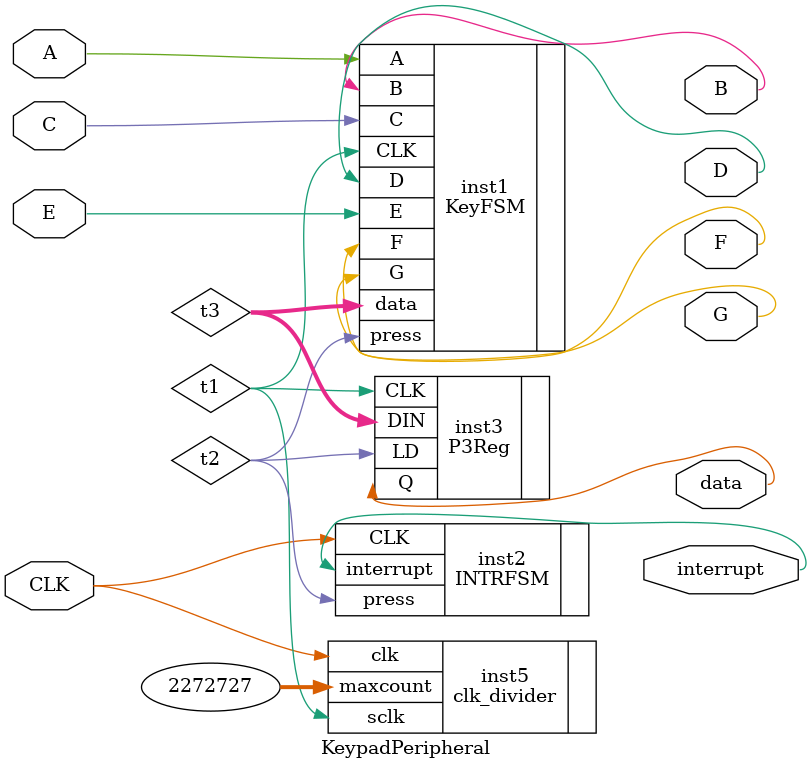
<source format=sv>
`timescale 1ns / 1ps


module KeypadPeripheral(
    input CLK,
    input C, A, E, 
    output logic B, G, F, D, 
//    output [7:0] CATHODES,
//    output [3:0] ANODES,
    output interrupt,
    output data
    );
    
    logic t1, t2;
    logic [3:0] t3; //, t4;
    
    KeyFSM inst1 (.CLK(t1), .C(C), .A(A), .E(E), .press(t2), 
                    .data(t3), .B(B), .G(G), .F(F), .D(D) );
    INTRFSM inst2 (.CLK(CLK), .press(t2), .interrupt(interrupt));
    P3Reg inst3 (.CLK(t1), .LD(t2), .DIN(t3), .Q(data));
    //SevSegDisp inst4 (.CLK(CLK), .MODE(1'b0), .DATA_IN(t4), .CATHODES(CATHODES), .ANODES(ANODES));
    clk_divider inst5 (.clk(CLK), .maxcount(2272727), .sclk(t1));    
endmodule

</source>
